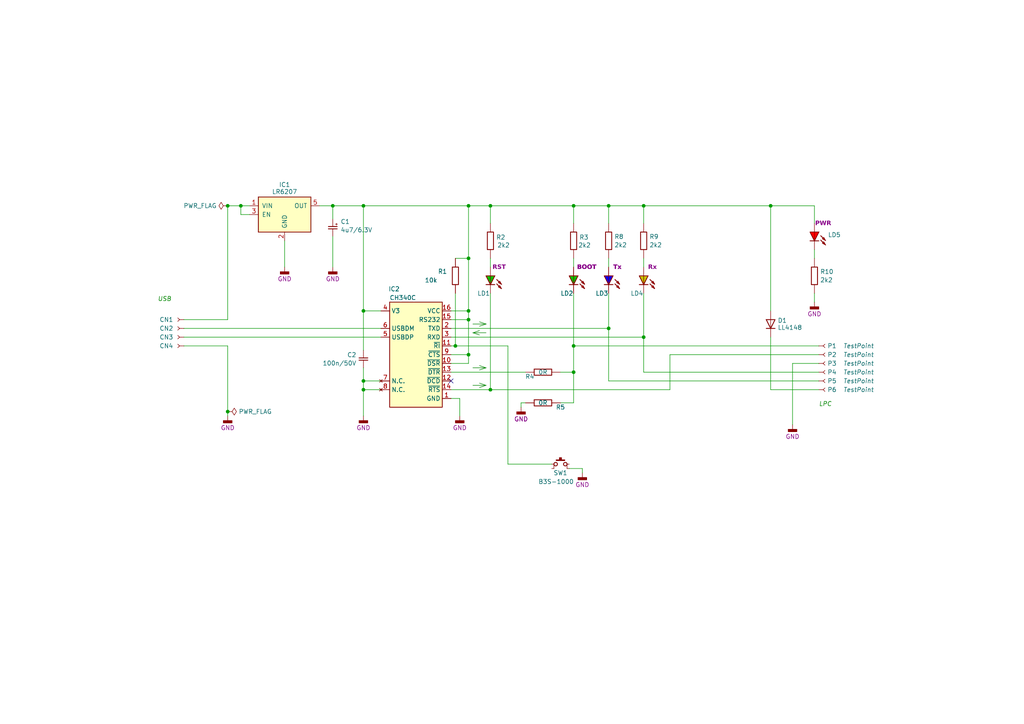
<source format=kicad_sch>
(kicad_sch (version 20231120) (generator "eeschema") (generator_version "8.0")
  (paper "A4")
  (title_block (title "USB-TTL Download cable") (date "2023-10-06") (rev "00") (comment 1 "Janis"))
  (lib_symbols
    (symbol "Capacitor_Ceramic_SMD_0805_50V_X7R_Generic:100n, SMD 0805, 50V, X7R" (pin_numbers hide) (pin_names (offset 0) hide)
      (property "Reference" "C" (at 0 2.54 0))
      (property "Value" "100n/50V" (at 0 -2.54 0))
      (symbol "100n, SMD 0805, 50V, X7R_0_1"
        (polyline (pts (xy -0.3302 1.27) (xy -0.3302 -1.27)) (stroke (width 0.254)))
        (polyline (pts (xy 0.3302 1.27) (xy 0.3302 -1.27)) (stroke (width 0.254)))
      )
      (symbol "100n, SMD 0805, 50V, X7R_1_1"
        (pin passive line (at -2.54 0 0) (length 2.2098) (name "1") (number "1"))
        (pin passive line (at 2.54 0 180) (length 2.2098) (name "2") (number "2"))
      )
    )
    (symbol "Capacitor_Tantal_SMD_0805_6.3V_10perc_AVX:4u7, SMD 0805, 6.3V, 10%" (pin_numbers hide) (pin_names (offset 0) hide)
      (property "Reference" "C" (at 0 2.54 0))
      (property "Value" "4u7/6.3V" (at 0 -2.54 0))
      (symbol "4u7, SMD 0805, 6.3V, 10%_0_0"
        (text "+" (at -1.016 1.016 0) (effects (font (size 0.75 0.75))))
      )
      (symbol "4u7, SMD 0805, 6.3V, 10%_0_1"
        (polyline (pts (xy -0.3302 1.27) (xy -0.3302 -1.27)) (stroke (width 0.254)))
        (polyline (pts (xy 0.3302 1.27) (xy 0.3302 -1.27)) (stroke (width 0.254)))
      )
      (symbol "4u7, SMD 0805, 6.3V, 10%_1_1"
        (pin passive line (at -2.54 0 0) (length 2.2098) (name "1") (number "1"))
        (pin passive line (at 2.54 0 180) (length 2.2098) (name "2") (number "2"))
      )
    )
    (symbol "Diode_ONSemi:LL4148" (pin_numbers hide) (pin_names (offset 1.016) hide)
      (property "Reference" "D" (at 0 2.54 0))
      (property "Value" "LL4148" (at 0 -2.54 0))
      (symbol "LL4148_0_0"
        (polyline (pts (xy -1.27 0) (xy 1.27 0)) (stroke (width 0.1524)))
      )
      (symbol "LL4148_0_1"
        (polyline (pts (xy -1.27 1.27) (xy -1.27 -1.27)) (stroke (width 0.254)))
        (polyline (pts (xy 1.27 1.27) (xy 1.27 -1.27) (xy -1.27 0) (xy 1.27 1.27)) (stroke (width 0.254)))
      )
      (symbol "LL4148_1_1"
        (pin passive line (at -3.81 0 0) (length 2.54) (name "C") (number "1"))
        (pin passive line (at 3.81 0 180) (length 2.54) (name "A") (number "2"))
      )
    )
    (symbol "IC_Interface_Nanjing:CH340C"
      (property "Reference" "IC" (at 0 16.51 0))
      (property "Value" "CH340C" (at 0 -16.51 0))
      (symbol "CH340C_0_1"
        (rectangle (start -7.62 15.24) (end 7.62 -15.24) (stroke (width 0.254)) (fill (type background)))
      )
      (symbol "CH340C_1_1"
        (pin power_in line (at 10.16 -12.7 180) (length 2.54) (name "GND") (number "1"))
        (pin passive line (at 10.16 -2.54 180) (length 2.54) (name "~{DSR}") (number "10"))
        (pin passive line (at 10.16 2.54 180) (length 2.54) (name "~{RI}") (number "11"))
        (pin passive line (at 10.16 -7.62 180) (length 2.54) (name "~{DCD}") (number "12"))
        (pin passive line (at 10.16 -5.08 180) (length 2.54) (name "~{DTR}") (number "13"))
        (pin passive line (at 10.16 -10.16 180) (length 2.54) (name "~{RTS}") (number "14"))
        (pin passive line (at 10.16 10.16 180) (length 2.54) (name "RS232") (number "15"))
        (pin power_in line (at 10.16 12.7 180) (length 2.54) (name "VCC") (number "16"))
        (pin passive line (at 10.16 7.62 180) (length 2.54) (name "TXD") (number "2"))
        (pin passive line (at 10.16 5.08 180) (length 2.54) (name "RXD") (number "3"))
        (pin passive line (at -10.16 12.7 0) (length 2.54) (name "V3") (number "4"))
        (pin passive line (at -10.16 5.08 0) (length 2.54) (name "USBDP") (number "5"))
        (pin passive line (at -10.16 7.62 0) (length 2.54) (name "USBDM") (number "6"))
        (pin no_connect line (at -10.16 -7.62 0) (length 2.54) (name "N.C.") (number "7"))
        (pin no_connect line (at -10.16 -10.16 0) (length 2.54) (name "N.C.") (number "8"))
        (pin passive line (at 10.16 0 180) (length 2.54) (name "~{CTS}") (number "9"))
      )
    )
    (symbol "IC_Power_Lory:LR6207A-T33" (pin_names (offset 1.016))
      (property "Reference" "IC" (at 0 6.35 0))
      (property "Value" "LR6207" (at 6.35 -6.35 0))
      (symbol "LR6207A-T33_0_1"
        (rectangle (start -7.62 5.08) (end 7.62 -5.08) (stroke (width 0.254)) (fill (type background)))
      )
      (symbol "LR6207A-T33_1_1"
        (pin power_in line (at -10.16 2.54 0) (length 2.54) (name "VIN") (number "1"))
        (pin passive line (at 0 -7.62 90) (length 2.54) (name "GND") (number "2"))
        (pin input line (at -10.16 0 0) (length 2.54) (name "EN") (number "3"))
        (pin power_out line (at 10.16 2.54 180) (length 2.54) (name "OUT") (number "5"))
      )
    )
    (symbol "Opto_Kingbright:KP-2012QBC-D-Blue" (pin_numbers hide) (pin_names (offset 1.016) hide)
      (property "Reference" "LD" (at 0 3.81 0))
      (property "Value" "KP-2012QBC-D-Blue" (at 0 -2.54 0))
      (symbol "KP-2012QBC-D-Blue_0_0"
        (polyline (pts (xy -0.2032 1.8288) (xy 1.0668 3.0988)) (stroke (width 0.254)))
        (polyline (pts (xy 1.0668 1.8288) (xy 2.3368 3.0988)) (stroke (width 0.254)))
        (polyline (pts (xy 1.27 0) (xy -1.27 0)) (stroke (width 0.1524)))
        (polyline (pts (xy 1.1176 3.1496) (xy 0.6604 2.3368) (xy 0.3048 2.6924) (xy 1.1176 3.1496)) (stroke (width 0.254)) (fill (type outline)))
        (polyline (pts (xy 2.3876 3.1496) (xy 1.9304 2.3368) (xy 1.5748 2.6924) (xy 2.3876 3.1496)) (stroke (width 0.254)) (fill (type outline)))
      )
      (symbol "KP-2012QBC-D-Blue_0_1"
        (polyline (pts (xy 1.27 1.27) (xy 1.27 -1.27)) (stroke (width 0.254)))
      )
      (symbol "KP-2012QBC-D-Blue_1_1"
        (polyline (pts (xy -1.27 1.27) (xy -1.27 -1.27) (xy 1.27 0) (xy -1.27 1.27)) (stroke (width 0.254)) (fill (type color) (color 0 0 255 1)))
        (pin passive line (at -3.81 0 0) (length 2.54) (name "A") (number "A"))
        (pin passive line (at 3.81 0 180) (length 2.54) (name "C") (number "C"))
      )
    )
    (symbol "Opto_Kingbright:KP-2012SMGC-Green" (pin_numbers hide) (pin_names (offset 1.016) hide)
      (property "Reference" "LD" (at 0 3.81 0))
      (property "Value" "KP-2012MGC-Green" (at 0 -2.54 0))
      (symbol "KP-2012SMGC-Green_0_0"
        (polyline (pts (xy -0.2032 1.8288) (xy 1.0668 3.0988)) (stroke (width 0.254)))
        (polyline (pts (xy 1.0668 1.8288) (xy 2.3368 3.0988)) (stroke (width 0.254)))
        (polyline (pts (xy 1.27 0) (xy -1.27 0)) (stroke (width 0.1524)))
        (polyline (pts (xy 1.1176 3.1496) (xy 0.6604 2.3368) (xy 0.3048 2.6924) (xy 1.1176 3.1496)) (stroke (width 0.254)) (fill (type outline)))
        (polyline (pts (xy 2.3876 3.1496) (xy 1.9304 2.3368) (xy 1.5748 2.6924) (xy 2.3876 3.1496)) (stroke (width 0.254)) (fill (type outline)))
      )
      (symbol "KP-2012SMGC-Green_0_1"
        (polyline (pts (xy 1.27 1.27) (xy 1.27 -1.27)) (stroke (width 0.254)))
      )
      (symbol "KP-2012SMGC-Green_1_1"
        (polyline (pts (xy -1.27 1.27) (xy -1.27 -1.27) (xy 1.27 0) (xy -1.27 1.27)) (stroke (width 0.254)) (fill (type color) (color 0 194 0 1)))
        (pin passive line (at -3.81 0 0) (length 2.54) (name "A") (number "A"))
        (pin passive line (at 3.81 0 180) (length 2.54) (name "C") (number "C"))
      )
    )
    (symbol "Opto_Kingbright:KP-2012SURCK-Red" (pin_numbers hide) (pin_names (offset 1.016) hide)
      (property "Reference" "LD" (at 0 3.81 0))
      (property "Value" "KP-2012SURCK-Red" (at 0 -2.54 0))
      (symbol "KP-2012SURCK-Red_0_0"
        (polyline (pts (xy -0.2032 1.8288) (xy 1.0668 3.0988)) (stroke (width 0.254)))
        (polyline (pts (xy 1.0668 1.8288) (xy 2.3368 3.0988)) (stroke (width 0.254)))
        (polyline (pts (xy 1.27 0) (xy -1.27 0)) (stroke (width 0.1524)))
        (polyline (pts (xy 1.1176 3.1496) (xy 0.6604 2.3368) (xy 0.3048 2.6924) (xy 1.1176 3.1496)) (stroke (width 0.254)) (fill (type outline)))
        (polyline (pts (xy 2.3876 3.1496) (xy 1.9304 2.3368) (xy 1.5748 2.6924) (xy 2.3876 3.1496)) (stroke (width 0.254)) (fill (type outline)))
      )
      (symbol "KP-2012SURCK-Red_0_1"
        (polyline (pts (xy 1.27 1.27) (xy 1.27 -1.27)) (stroke (width 0.254)))
        (polyline (pts (xy -1.27 1.27) (xy -1.27 -1.27) (xy 1.27 0) (xy -1.27 1.27)) (stroke (width 0.254)) (fill (type color) (color 255 0 0 1)))
      )
      (symbol "KP-2012SURCK-Red_1_1"
        (pin passive line (at -3.81 0 0) (length 2.54) (name "A") (number "A"))
        (pin passive line (at 3.81 0 180) (length 2.54) (name "C") (number "C"))
      )
    )
    (symbol "Opto_Kingbright:KP-2012SYCK-Yellow" (pin_numbers hide) (pin_names (offset 1.016) hide)
      (property "Reference" "LD" (at 0 3.81 0))
      (property "Value" "KP-2012SYCK-Yellow" (at 0 -2.54 0))
      (symbol "KP-2012SYCK-Yellow_0_0"
        (polyline (pts (xy -0.2032 1.8288) (xy 1.0668 3.0988)) (stroke (width 0.254)))
        (polyline (pts (xy 1.0668 1.8288) (xy 2.3368 3.0988)) (stroke (width 0.254)))
        (polyline (pts (xy 1.27 0) (xy -1.27 0)) (stroke (width 0.1524)))
        (polyline (pts (xy 1.1176 3.1496) (xy 0.6604 2.3368) (xy 0.3048 2.6924) (xy 1.1176 3.1496)) (stroke (width 0.254)) (fill (type outline)))
        (polyline (pts (xy 2.3876 3.1496) (xy 1.9304 2.3368) (xy 1.5748 2.6924) (xy 2.3876 3.1496)) (stroke (width 0.254)) (fill (type outline)))
      )
      (symbol "KP-2012SYCK-Yellow_0_1"
        (polyline (pts (xy 1.27 1.27) (xy 1.27 -1.27)) (stroke (width 0.254)))
      )
      (symbol "KP-2012SYCK-Yellow_1_1"
        (polyline (pts (xy -1.27 1.27) (xy -1.27 -1.27) (xy 1.27 0) (xy -1.27 1.27)) (stroke (width 0.254)) (fill (type color) (color 194 194 0 1)))
        (pin passive line (at -3.81 0 0) (length 2.54) (name "A") (number "A"))
        (pin passive line (at 3.81 0 180) (length 2.54) (name "C") (number "C"))
      )
    )
    (symbol "Power_Symbol:GND_Bar" (power) (pin_numbers hide) (pin_names (offset 0) hide)
      (property "Signal_Name" "GND" (at 0 -3.81 0))
      (symbol "GND_Bar_0_1"
        (polyline (pts (xy 0 -1.27) (xy 0 0)))
      )
      (symbol "GND_Bar_1_1"
        (rectangle (start -1.27 -2.032) (end 1.27 -1.3208) (fill (type outline)))
        (pin power_in line (at 0 0 270) (length 0) hide (name "GND") (number "1"))
      )
    )
    (symbol "Power_Symbol:PWR_FLAG" (power) (pin_numbers hide) (pin_names (offset 0) hide) (in_bom no) (on_board no)
      (property "Value" "PWR_FLAG" (at 0 3.81 0))
      (symbol "PWR_FLAG_0_0"
        (pin power_out line (at 0 0 90) (length 0) (name "pwr") (number "1"))
      )
      (symbol "PWR_FLAG_0_1"
        (polyline (pts (xy 0 0) (xy 0 1.27) (xy -1.016 1.905) (xy 0 2.54) (xy 1.016 1.905) (xy 0 1.27)))
      )
    )
    (symbol "Resistor_SMD_0805_0.125W_5perc_100ppm_Yageo:0R Jumper, SMD 0805, 0.125W, 5%, 200ppm, Thick Film, AC Series" (pin_numbers hide) (pin_names (offset 0) hide)
      (property "Reference" "R" (at 0 2.54 0))
      (property "Value" "0R" (at 0 -2.54 0))
      (symbol "0R Jumper, SMD 0805, 0.125W, 5%, 200ppm, Thick Film, AC Series_0_1"
        (rectangle (start -2.54 0.889) (end 2.54 -0.889) (stroke (width 0.254)))
      )
      (symbol "0R Jumper, SMD 0805, 0.125W, 5%, 200ppm, Thick Film, AC Series_1_1"
        (pin passive line (at -5.08 0 0) (length 2.54) (name "1") (number "1"))
        (pin passive line (at 5.08 0 180) (length 2.54) (name "2") (number "2"))
      )
    )
    (symbol "Resistor_SMD_0805_0.125W_5perc_100ppm_Yageo:10k, SMD 0805, 0.125W, 5%, 100ppm, Thick Film" (pin_numbers hide) (pin_names (offset 0) hide)
      (property "Reference" "R" (at 0 2.54 0))
      (property "Value" "10k" (at 0 -2.54 0))
      (symbol "10k, SMD 0805, 0.125W, 5%, 100ppm, Thick Film_0_1"
        (rectangle (start -2.54 0.889) (end 2.54 -0.889) (stroke (width 0.254)))
      )
      (symbol "10k, SMD 0805, 0.125W, 5%, 100ppm, Thick Film_1_1"
        (pin passive line (at -5.08 0 0) (length 2.54) (name "1") (number "1"))
        (pin passive line (at 5.08 0 180) (length 2.54) (name "2") (number "2"))
      )
    )
    (symbol "Resistor_SMD_0805_0.125W_5perc_100ppm_Yageo:2k2, SMD 0805, 0.125W, 5%, 100ppm, Thick Film" (pin_numbers hide) (pin_names (offset 0) hide)
      (property "Reference" "R" (at 0 2.54 0))
      (property "Value" "2k2" (at 0 -2.54 0))
      (symbol "2k2, SMD 0805, 0.125W, 5%, 100ppm, Thick Film_0_1"
        (rectangle (start -2.54 0.889) (end 2.54 -0.889) (stroke (width 0.254)))
      )
      (symbol "2k2, SMD 0805, 0.125W, 5%, 100ppm, Thick Film_1_1"
        (pin passive line (at -5.08 0 0) (length 2.54) (name "1") (number "1"))
        (pin passive line (at 5.08 0 180) (length 2.54) (name "2") (number "2"))
      )
    )
    (symbol "Switch_Omron:B3S-1000" (pin_numbers hide) (pin_names (offset 0) hide)
      (property "Reference" "SW" (at 0 3.81 0))
      (property "Value" "B3S-1000" (at 0 -2.54 0))
      (symbol "B3S-1000_0_1"
        (circle (center -1.397 0) (radius 0.508) (stroke (width 0.254)))
        (rectangle (start -1.27 1.27) (end 1.27 1.016) (stroke (width 0.1524)) (fill (type outline)))
        (rectangle (start -0.3175 1.905) (end 0.3175 1.27) (stroke (width 0.1524)) (fill (type outline)))
        (polyline (pts (xy -1.905 -1.27) (xy -1.905 0)) (stroke (width 0.1524)))
        (polyline (pts (xy 1.905 -1.27) (xy 1.905 0)) (stroke (width 0.1524)))
        (circle (center 1.397 0) (radius 0.508) (stroke (width 0.254)))
      )
      (symbol "B3S-1000_1_1"
        (pin passive line (at -2.54 0 0) (length 0.635) (name "1") (number "1"))
        (pin passive line (at 2.54 0 180) (length 0.635) (name "2") (number "2"))
        (pin passive line (at -2.54 -1.27 0) (length 0.635) (name "3") (number "3"))
        (pin passive line (at 2.54 -1.27 180) (length 0.635) (name "4") (number "4"))
      )
    )
    (symbol "Technology:TestPoint-PAD_THD_R150_150R37H90" (pin_numbers hide) (pin_names (offset 1.016) hide) (in_bom no)
      (property "Reference" "TP" (at 3.81 0 0))
      (symbol "TestPoint-PAD_THD_R150_150R37H90_1_0"
        (polyline (pts (xy 0 0) (xy 1.27 0)))
      )
      (symbol "TestPoint-PAD_THD_R150_150R37H90_1_1"
        (polyline (pts (xy 1.27 0) (xy 1.778 -0.508)) (stroke (width 0.1524)))
        (polyline (pts (xy 1.27 0) (xy 1.778 0.508)) (stroke (width 0.1524)))
        (pin passive line (at 0 0 0) (length 0) (name "1") (number "1"))
      )
    )
    (symbol "Technology:TestPoint-PAD_THD_R200_200R50H120" (pin_numbers hide) (pin_names (offset 1.016) hide) (in_bom no)
      (property "Reference" "TP" (at 3.81 0 0))
      (symbol "TestPoint-PAD_THD_R200_200R50H120_1_0"
        (polyline (pts (xy 0 0) (xy 1.27 0)))
      )
      (symbol "TestPoint-PAD_THD_R200_200R50H120_1_1"
        (polyline (pts (xy 1.27 0) (xy 1.778 -0.508)) (stroke (width 0.1524)))
        (polyline (pts (xy 1.27 0) (xy 1.778 0.508)) (stroke (width 0.1524)))
        (pin passive line (at 0 0 0) (length 0) (name "1") (number "1"))
      )
    )
  )
  (junction (at 166.37 100.33))
  (junction (at 66.04 59.69))
  (junction (at 105.41 113.03))
  (junction (at 135.89 92.71))
  (junction (at 166.37 59.69))
  (junction (at 142.24 113.03))
  (junction (at 96.52 59.69))
  (junction (at 135.89 59.69))
  (junction (at 176.53 95.25))
  (junction (at 186.69 97.79))
  (junction (at 186.69 59.69))
  (junction (at 66.04 119.38))
  (junction (at 135.89 102.87))
  (junction (at 105.41 90.17))
  (junction (at 135.89 90.17))
  (junction (at 166.37 107.95))
  (junction (at 176.53 59.69))
  (junction (at 132.08 100.33))
  (junction (at 105.41 110.49))
  (junction (at 105.41 59.69))
  (junction (at 142.24 59.69))
  (junction (at 135.89 74.93))
  (junction (at 223.52 59.69))
  (junction (at 69.85 59.69))
  (no_connect (at 130.81 110.49))
  (wire (pts (xy 186.69 64.77) (xy 186.69 59.69)))
  (wire (pts (xy 166.37 74.93) (xy 166.37 77.47)))
  (wire (pts (xy 69.85 62.23) (xy 69.85 59.69)))
  (wire (pts (xy 147.32 100.33) (xy 147.32 134.62)))
  (wire (pts (xy 142.24 59.69) (xy 166.37 59.69)))
  (wire (pts (xy 130.81 107.95) (xy 152.4 107.95)))
  (polyline (pts (xy 140.97 96.52) (xy 137.16 96.52)) (stroke (width 0.152) (color 0 132 0 1)))
  (wire (pts (xy 130.81 100.33) (xy 132.08 100.33)))
  (wire (pts (xy 135.89 74.93) (xy 135.89 59.69)))
  (wire (pts (xy 105.41 90.17) (xy 105.41 59.69)))
  (wire (pts (xy 237.49 113.03) (xy 223.52 113.03)))
  (wire (pts (xy 165.1 135.89) (xy 168.91 135.89)))
  (wire (pts (xy 176.53 95.25) (xy 176.53 85.09)))
  (polyline (pts (xy 137.16 111.76) (xy 140.97 111.76)) (stroke (width 0.152) (color 0 132 0 1)))
  (wire (pts (xy 69.85 59.69) (xy 72.39 59.69)))
  (wire (pts (xy 130.81 113.03) (xy 142.24 113.03)))
  (wire (pts (xy 135.89 90.17) (xy 135.89 74.93)))
  (wire (pts (xy 236.22 72.39) (xy 236.22 74.93)))
  (wire (pts (xy 166.37 59.69) (xy 176.53 59.69)))
  (wire (pts (xy 151.13 116.84) (xy 152.4 116.84)))
  (wire (pts (xy 96.52 68.58) (xy 96.52 77.47)))
  (wire (pts (xy 66.04 59.69) (xy 69.85 59.69)))
  (polyline (pts (xy 139.065 111.125) (xy 140.97 111.76)) (stroke (width 0.152) (color 0 132 0 1)))
  (wire (pts (xy 194.31 102.87) (xy 237.49 102.87)))
  (wire (pts (xy 53.34 97.79) (xy 110.49 97.79)))
  (wire (pts (xy 66.04 59.69) (xy 66.04 92.71)))
  (wire (pts (xy 135.89 92.71) (xy 135.89 90.17)))
  (wire (pts (xy 168.91 137.16) (xy 168.91 135.89)))
  (wire (pts (xy 176.53 74.93) (xy 176.53 77.47)))
  (wire (pts (xy 142.24 74.93) (xy 142.24 77.47)))
  (wire (pts (xy 130.81 92.71) (xy 135.89 92.71)))
  (wire (pts (xy 53.34 95.25) (xy 110.49 95.25)))
  (wire (pts (xy 147.32 134.62) (xy 160.02 134.62)))
  (wire (pts (xy 133.35 120.65) (xy 133.35 115.57)))
  (wire (pts (xy 223.52 97.79) (xy 223.52 113.03)))
  (wire (pts (xy 96.52 59.69) (xy 105.41 59.69)))
  (wire (pts (xy 72.39 62.23) (xy 69.85 62.23)))
  (wire (pts (xy 105.41 101.6) (xy 105.41 90.17)))
  (wire (pts (xy 135.89 92.71) (xy 135.89 102.87)))
  (polyline (pts (xy 139.065 107.315) (xy 140.97 106.68)) (stroke (width 0.152) (color 0 132 0 1)))
  (wire (pts (xy 166.37 64.77) (xy 166.37 59.69)))
  (wire (pts (xy 229.87 105.41) (xy 229.87 123.19)))
  (wire (pts (xy 166.37 85.09) (xy 166.37 100.33)))
  (polyline (pts (xy 137.16 93.98) (xy 140.97 93.98)) (stroke (width 0.152) (color 0 132 0 1)))
  (polyline (pts (xy 139.065 93.345) (xy 140.97 93.98)) (stroke (width 0.152) (color 0 132 0 1)))
  (wire (pts (xy 223.52 59.69) (xy 236.22 59.69)))
  (wire (pts (xy 66.04 120.65) (xy 66.04 119.38)))
  (wire (pts (xy 96.52 59.69) (xy 96.52 63.5)))
  (wire (pts (xy 92.71 59.69) (xy 96.52 59.69)))
  (wire (pts (xy 236.22 59.69) (xy 236.22 64.77)))
  (wire (pts (xy 105.41 59.69) (xy 135.89 59.69)))
  (wire (pts (xy 186.69 107.95) (xy 186.69 97.79)))
  (wire (pts (xy 66.04 100.33) (xy 53.34 100.33)))
  (wire (pts (xy 135.89 105.41) (xy 135.89 102.87)))
  (wire (pts (xy 130.81 90.17) (xy 135.89 90.17)))
  (wire (pts (xy 186.69 59.69) (xy 223.52 59.69)))
  (wire (pts (xy 132.08 100.33) (xy 147.32 100.33)))
  (polyline (pts (xy 139.065 94.615) (xy 140.97 93.98)) (stroke (width 0.152) (color 0 132 0 1)))
  (polyline (pts (xy 139.065 95.885) (xy 137.16 96.52)) (stroke (width 0.152) (color 0 132 0 1)))
  (wire (pts (xy 142.24 64.77) (xy 142.24 59.69)))
  (wire (pts (xy 105.41 113.03) (xy 105.41 120.65)))
  (wire (pts (xy 135.89 59.69) (xy 142.24 59.69)))
  (wire (pts (xy 53.34 92.71) (xy 66.04 92.71)))
  (wire (pts (xy 166.37 100.33) (xy 237.49 100.33)))
  (wire (pts (xy 132.08 74.93) (xy 135.89 74.93)))
  (wire (pts (xy 82.55 69.85) (xy 82.55 77.47)))
  (wire (pts (xy 166.37 116.84) (xy 166.37 107.95)))
  (wire (pts (xy 186.69 74.93) (xy 186.69 77.47)))
  (wire (pts (xy 130.81 115.57) (xy 133.35 115.57)))
  (wire (pts (xy 105.41 90.17) (xy 110.49 90.17)))
  (wire (pts (xy 162.56 116.84) (xy 166.37 116.84)))
  (polyline (pts (xy 139.065 97.155) (xy 137.16 96.52)) (stroke (width 0.152) (color 0 132 0 1)))
  (wire (pts (xy 176.53 64.77) (xy 176.53 59.69)))
  (wire (pts (xy 162.56 107.95) (xy 166.37 107.95)))
  (wire (pts (xy 105.41 106.68) (xy 105.41 110.49)))
  (wire (pts (xy 236.22 85.09) (xy 236.22 87.63)))
  (wire (pts (xy 105.41 110.49) (xy 110.49 110.49)))
  (wire (pts (xy 237.49 105.41) (xy 229.87 105.41)))
  (wire (pts (xy 142.24 113.03) (xy 194.31 113.03)))
  (wire (pts (xy 130.81 105.41) (xy 135.89 105.41)))
  (wire (pts (xy 105.41 113.03) (xy 110.49 113.03)))
  (wire (pts (xy 130.81 97.79) (xy 186.69 97.79)))
  (wire (pts (xy 105.41 110.49) (xy 105.41 113.03)))
  (wire (pts (xy 237.49 107.95) (xy 186.69 107.95)))
  (polyline (pts (xy 139.065 106.045) (xy 140.97 106.68)) (stroke (width 0.152) (color 0 132 0 1)))
  (wire (pts (xy 132.08 85.09) (xy 132.08 100.33)))
  (polyline (pts (xy 139.065 112.395) (xy 140.97 111.76)) (stroke (width 0.152) (color 0 132 0 1)))
  (wire (pts (xy 166.37 107.95) (xy 166.37 100.33)))
  (wire (pts (xy 237.49 110.49) (xy 176.53 110.49)))
  (wire (pts (xy 186.69 97.79) (xy 186.69 85.09)))
  (wire (pts (xy 130.81 95.25) (xy 176.53 95.25)))
  (wire (pts (xy 223.52 59.69) (xy 223.52 90.17)))
  (wire (pts (xy 176.53 110.49) (xy 176.53 95.25)))
  (wire (pts (xy 151.13 118.11) (xy 151.13 116.84)))
  (wire (pts (xy 194.31 102.87) (xy 194.31 113.03)))
  (wire (pts (xy 66.04 119.38) (xy 66.04 100.33)))
  (wire (pts (xy 142.24 85.09) (xy 142.24 113.03)))
  (wire (pts (xy 186.69 59.69) (xy 176.53 59.69)))
  (wire (pts (xy 130.81 102.87) (xy 135.89 102.87)))
  (polyline (pts (xy 137.16 106.68) (xy 140.97 106.68)) (stroke (width 0.152) (color 0 132 0 1)))
  (text "LPC" (at 237.49 118.11 0) (effects (font (size 1.27 1.27) (italic yes)) (justify left bottom)))
  (text "USB" (at 45.72 87.63 0) (effects (font (size 1.27 1.27) (italic yes)) (justify left bottom)))
  (symbol (lib_id "Resistor_SMD_0805_0.125W_5perc_100ppm_Yageo:10k, SMD 0805, 0.125W, 5%, 100ppm, Thick Film") (at 132.08 80.01 90) (unit 1)
    (property "Reference" "R1" (at 127 78.74 90) (effects (justify right)))
    (property "Value" "10k" (at 123.19 81.28 90) (effects (justify right)))
    (property "Footprint" "SMD_Resistor_Generic:RESC2012X50N_0805" (effects (hide yes)))
    (property "Description" "Resistor, SMD 0805, 0.125W, 5%, Yageo" (effects (hide yes)))
    (property "MFG" "Yageo" (effects (hide yes)))
    (property "MPN" "RC0805JR-0710KL" (effects (hide yes)))
    (property "OC_LCSC" "C100047" (effects (hide yes)))
    (property "OC_MOUSER" "603-RC0805JR-0710KL" (effects (hide yes)))
    (property "OC_RS" "199-5760" (effects (hide yes)))
    (property "OC_DISTRELEC" "302-14-026" (effects (hide yes)))
    (property "OC_TME" "RC0805JR-0710K" (effects (hide yes)))
    (property "OC_FARNELL" "9234136" (effects (hide yes)))
    (property "OC_DIGIKEY" "311-10KARCT-ND" (effects (hide yes)))
    (property "Z-SYSCODE" "1217" (effects (hide yes)))
    (property "Technology" "SMD" (effects (hide yes)))
  )
  (symbol (lib_id "Power_Symbol:GND_Bar") (at 82.55 77.47 0) (unit 1)
    (property "Reference" "#PWR02" (effects (hide yes)))
    (property "Value" "GND" (effects (hide yes)))
    (property "Signal_Name" "GND" (at 82.55 80.907 0))
  )
  (symbol (lib_id "Opto_Kingbright:KP-2012QBC-D-Blue") (at 176.53 81.28 270) (unit 1)
    (property "Reference" "LD3" (at 172.72 85.09 90) (effects (justify left)))
    (property "Value" "KP-2012QBC-D-Blue" (effects (hide yes)))
    (property "Footprint" "SMD_LED_Generic:LEDC2012X100_0805_Blue" (effects (hide yes)))
    (property "Datasheet" "https://cdn.sos.sk/productdata/5e/9e/87fe918b/kp-2012-qbc-d.pdf" (effects (hide yes)))
    (property "Description" "LED SMD0805, Blue, Rectangle, 2.0x1.25mm, 100mcd, 140°, Water Clear Front, 20mA, Vf: 3.3V" (effects (hide yes)))
    (property "Technology" "SMD" (effects (hide yes)))
    (property "MFG" "Kingbright" (effects (hide yes)))
    (property "MPN" "KP-2012QBC-D" (effects (hide yes)))
    (property "OC_LCSC" "C598277" (effects (hide yes)))
    (property "OC_TME" "KP-2012QBC-D" (effects (hide yes)))
    (property "OC_FARNELL" "2846594" (effects (hide yes)))
    (property "OC_SOS" "80975" (effects (hide yes)))
    (property "Z-SYSCODE" "10690" (effects (hide yes)))
    (property "Comment" "Tx" (at 179.07 77.47 90) (effects (font (bold yes))))
  )
  (symbol (lib_id "Resistor_SMD_0805_0.125W_5perc_100ppm_Yageo:2k2, SMD 0805, 0.125W, 5%, 100ppm, Thick Film") (at 142.24 69.85 90) (unit 1)
    (property "Reference" "R2" (at 143.891 68.826 90) (effects (justify right)))
    (property "Value" "2k2" (at 146.05 71.12 90))
    (property "Footprint" "SMD_Resistor_Generic:RESC2012X50N_0805" (effects (hide yes)))
    (property "Datasheet" "https://www.farnell.com/datasheets/3795017.pdf" (effects (hide yes)))
    (property "Description" "Resistor, SMD 0805, 0.125W, 5%, Yageo" (effects (hide yes)))
    (property "MFG" "Yageo" (effects (hide yes)))
    (property "MPN" "RC0805JR-072K2L" (effects (hide yes)))
    (property "OC_LCSC" "C114237" (effects (hide yes)))
    (property "OC_MOUSER" "603-RC0805JR-072K2L" (effects (hide yes)))
    (property "OC_RS" "199-5764" (effects (hide yes)))
    (property "OC_TME" "RC0805JR-072K2" (effects (hide yes)))
    (property "OC_FARNELL" "9234055" (effects (hide yes)))
    (property "OC_DIGIKEY" "311-2.2KARCT-ND" (effects (hide yes)))
    (property "Technology" "SMD" (effects (hide yes)))
  )
  (symbol (lib_id "Capacitor_Tantal_SMD_0805_6.3V_10perc_AVX:4u7, SMD 0805, 6.3V, 10%") (at 96.52 66.04 270) (unit 1)
    (property "Reference" "C1" (at 98.7743 64.2834 90) (effects (justify left)))
    (property "Value" "4u7/6.3V" (at 98.7743 66.7077 90) (effects (justify left)))
    (property "Footprint" "SMD_Capacitor_Polarised_Generic:CAPCP2012X120N_0805_Case-R" (effects (hide yes)))
    (property "Datasheet" "https://www.mouser.sk/datasheet/2/40/TAJ_LOW_PROFILE-932651.pdf" (effects (hide yes)))
    (property "Description" "Capacitor Tantal" (effects (hide yes)))
    (property "Technology" "SMD" (effects (hide yes)))
    (property "MFG" "AVX" (effects (hide yes)))
    (property "MPN" "TAJR475K006RNJ" (effects (hide yes)))
    (property "OC_LCSC" "C308815" (effects (hide yes)))
    (property "OC_RS" "135-5398" (effects (hide yes)))
    (property "OC_TME" "TAJR475K006RNJ" (effects (hide yes)))
    (property "OC_DIGIKEY" "478-3272-1-ND" (effects (hide yes)))
    (property "Z-SYSCODE" "11588" (effects (hide yes)))
  )
  (symbol (lib_id "Technology:TestPoint-PAD_THD_R150_150R37H90") (at 237.49 113.03 0) (unit 1) (in_bom no)
    (property "Reference" "P6" (at 239.9792 113.03 0) (effects (justify left)))
    (property "Value" "TestPoint" (at 248.92 113.03 0) (effects (font (italic yes))))
    (property "Footprint" "THD_PAD_Generic:PAD_THD_R150_150R37H90" (effects (hide yes)))
    (property "Description" "Test/Solder point" (effects (hide yes)))
    (property "Technology" "Graphical" (effects (hide yes)))
  )
  (symbol (lib_id "Power_Symbol:GND_Bar") (at 151.13 118.11 0) (unit 1)
    (property "Reference" "#PWR06" (effects (hide yes)))
    (property "Value" "GND" (effects (hide yes)))
    (property "Signal_Name" "GND" (at 151.13 121.547 0))
  )
  (symbol (lib_id "Resistor_SMD_0805_0.125W_5perc_100ppm_Yageo:0R Jumper, SMD 0805, 0.125W, 5%, 200ppm, Thick Film, AC Series") (at 157.48 107.95 0) (unit 1)
    (property "Reference" "R4" (at 153.67 109.22 0))
    (property "Value" "0R" (at 157.48 107.95 0))
    (property "Footprint" "SMD_Resistor_Generic:RESC2012X50N_0805" (effects (hide yes)))
    (property "Datasheet" "https://www.yageo.com/upload/media/product/productsearch/datasheet/rchip/PYu-AC_51_RoHS_L_10.pdf" (effects (hide yes)))
    (property "Description" "Resistor, SMD 0805, 0.125W, 5%, Yageo" (effects (hide yes)))
    (property "MFG" "Yageo" (effects (hide yes)))
    (property "MPN" "AC0805JR-070RL" (effects (hide yes)))
    (property "OC_LCSC" "C144539" (effects (hide yes)))
    (property "OC_MOUSER" "603-AC0805JR-070RL" (effects (hide yes)))
    (property "OC_RS" "197-8210" (effects (hide yes)))
    (property "OC_DISTRELEC" "302-14-027" (effects (hide yes)))
    (property "OC_TME" "AC0805JR-070RL" (effects (hide yes)))
    (property "OC_FARNELL" "3495331" (effects (hide yes)))
    (property "OC_DIGIKEY" "YAG3755CT-ND" (effects (hide yes)))
    (property "Z-SYSCODE" "331" (effects (hide yes)))
    (property "Technology" "SMD" (effects (hide yes)))
  )
  (symbol (lib_id "Technology:TestPoint-PAD_THD_R150_150R37H90") (at 237.49 105.41 0) (unit 1) (in_bom no)
    (property "Reference" "P3" (at 239.9792 105.41 0) (effects (justify left)))
    (property "Value" "TestPoint" (at 248.92 105.41 0) (effects (font (italic yes))))
    (property "Footprint" "THD_PAD_Generic:PAD_THD_R150_150R37H90" (effects (hide yes)))
    (property "Description" "Test/Solder point" (effects (hide yes)))
    (property "Technology" "Graphical" (effects (hide yes)))
  )
  (symbol (lib_id "Technology:TestPoint-PAD_THD_R200_200R50H120") (at 53.34 95.25 0) (mirror y) (unit 1) (in_bom no)
    (property "Reference" "CN2" (at 48.26 95.25 0))
    (property "Value" "TestPoint" (effects (hide yes)))
    (property "Footprint" "THD_PAD_Generic:PAD_THD_R200_200R50H120" (effects (hide yes)))
    (property "Description" "Test/Solder point" (effects (hide yes)))
    (property "Technology" "Graphical" (effects (hide yes)))
  )
  (symbol (lib_id "Technology:TestPoint-PAD_THD_R200_200R50H120") (at 53.34 97.79 0) (mirror y) (unit 1) (in_bom no)
    (property "Reference" "CN3" (at 48.26 97.79 0))
    (property "Value" "TestPoint" (effects (hide yes)))
    (property "Footprint" "THD_PAD_Generic:PAD_THD_R200_200R50H120" (effects (hide yes)))
    (property "Description" "Test/Solder point" (effects (hide yes)))
    (property "Technology" "Graphical" (effects (hide yes)))
  )
  (symbol (lib_id "Resistor_SMD_0805_0.125W_5perc_100ppm_Yageo:2k2, SMD 0805, 0.125W, 5%, 100ppm, Thick Film") (at 176.53 69.85 90) (unit 1)
    (property "Reference" "R8" (at 178.181 68.6378 90) (effects (justify right)))
    (property "Value" "2k2" (at 178.181 71.0621 90) (effects (justify right)))
    (property "Footprint" "SMD_Resistor_Generic:RESC2012X50N_0805" (effects (hide yes)))
    (property "Datasheet" "https://www.farnell.com/datasheets/3795017.pdf" (effects (hide yes)))
    (property "Description" "Resistor, SMD 0805, 0.125W, 5%, Yageo" (effects (hide yes)))
    (property "MFG" "Yageo" (effects (hide yes)))
    (property "MPN" "RC0805JR-072K2L" (effects (hide yes)))
    (property "OC_LCSC" "C114237" (effects (hide yes)))
    (property "OC_MOUSER" "603-RC0805JR-072K2L" (effects (hide yes)))
    (property "OC_RS" "199-5764" (effects (hide yes)))
    (property "OC_TME" "RC0805JR-072K2" (effects (hide yes)))
    (property "OC_FARNELL" "9234055" (effects (hide yes)))
    (property "OC_DIGIKEY" "311-2.2KARCT-ND" (effects (hide yes)))
    (property "Technology" "SMD" (effects (hide yes)))
  )
  (symbol (lib_id "Power_Symbol:GND_Bar") (at 236.22 87.63 0) (unit 1)
    (property "Reference" "#PWR09" (effects (hide yes)))
    (property "Value" "GND" (effects (hide yes)))
    (property "Signal_Name" "GND" (at 236.22 91.067 0))
  )
  (symbol (lib_id "Technology:TestPoint-PAD_THD_R200_200R50H120") (at 53.34 100.33 0) (mirror y) (unit 1) (in_bom no)
    (property "Reference" "CN4" (at 48.26 100.33 0))
    (property "Value" "TestPoint" (effects (hide yes)))
    (property "Footprint" "THD_PAD_Generic:PAD_THD_R200_200R50H120" (effects (hide yes)))
    (property "Description" "Test/Solder point" (effects (hide yes)))
    (property "Technology" "Graphical" (effects (hide yes)))
  )
  (symbol (lib_id "Power_Symbol:GND_Bar") (at 168.91 137.16 0) (unit 1)
    (property "Reference" "#PWR07" (effects (hide yes)))
    (property "Value" "GND" (effects (hide yes)))
    (property "Signal_Name" "GND" (at 168.91 140.597 0))
  )
  (symbol (lib_id "IC_Power_Lory:LR6207A-T33") (at 82.55 62.23 0) (unit 1)
    (property "Reference" "IC1" (at 82.55 53.57 0))
    (property "Value" "LR6207" (at 82.55 55.618 0))
    (property "Footprint" "SMD_Semiconductor_Generic:SOT95P280X145-5N_SOT23-5__12345" (effects (hide yes)))
    (property "Datasheet" "https://www.mouser.sk/datasheet/2/268/21813F-892413.pdf" (effects (hide yes)))
    (property "Description" "LDO Regulator 8uA, max 6V, 0.3A, SMD, with Enable" (effects (hide yes)))
    (property "Technology" "SMD" (effects (hide yes)))
    (property "MFG" "Lory Semiconductor" (effects (hide yes)))
    (property "MPN" "LR6207A-T33" (effects (hide yes)))
    (property "OC_LCSC" "C5260329" (effects (hide yes)))
    (property "Comment" "Alt: TC-1017-3.3" (effects (hide yes)))
  )
  (symbol (lib_id "Resistor_SMD_0805_0.125W_5perc_100ppm_Yageo:2k2, SMD 0805, 0.125W, 5%, 100ppm, Thick Film") (at 166.37 69.85 90) (unit 1)
    (property "Reference" "R3" (at 168.021 68.826 90) (effects (justify right)))
    (property "Value" "2k2" (at 169.545 71.12 90))
    (property "Footprint" "SMD_Resistor_Generic:RESC2012X50N_0805" (effects (hide yes)))
    (property "Datasheet" "https://www.farnell.com/datasheets/3795017.pdf" (effects (hide yes)))
    (property "Description" "Resistor, SMD 0805, 0.125W, 5%, Yageo" (effects (hide yes)))
    (property "MFG" "Yageo" (effects (hide yes)))
    (property "MPN" "RC0805JR-072K2L" (effects (hide yes)))
    (property "OC_LCSC" "C114237" (effects (hide yes)))
    (property "OC_MOUSER" "603-RC0805JR-072K2L" (effects (hide yes)))
    (property "OC_RS" "199-5764" (effects (hide yes)))
    (property "OC_TME" "RC0805JR-072K2" (effects (hide yes)))
    (property "OC_FARNELL" "9234055" (effects (hide yes)))
    (property "OC_DIGIKEY" "311-2.2KARCT-ND" (effects (hide yes)))
    (property "Technology" "SMD" (effects (hide yes)))
  )
  (symbol (lib_id "Opto_Kingbright:KP-2012SURCK-Red") (at 236.22 68.58 270) (unit 1)
    (property "Reference" "LD5" (at 240.1316 68.1148 90) (effects (justify left)))
    (property "Value" "KP-2012SURCK-Red" (effects (hide yes)))
    (property "Footprint" "SMD_LED_Generic:LEDC2012X100_0805_Red" (effects (hide yes)))
    (property "Datasheet" "https://datasheet.lcsc.com/lcsc/2008121135_Kingbright-KP-2012SURCK_C598285.pdf" (effects (hide yes)))
    (property "Description" "LED SMD0805, SuperBrightRed, Rectangle, 2.0x1.25mm, 230mcd, 140°, Red Diffused Front, 20mA, Vf: 1.95V" (effects (hide yes)))
    (property "Technology" "SMD" (effects (hide yes)))
    (property "MFG" "Kingbright" (effects (hide yes)))
    (property "MPN" "KP-2012SURCK" (effects (hide yes)))
    (property "OC_LCSC" "C598285" (effects (hide yes)))
    (property "OC_TME" "KP-2012SURCK" (effects (hide yes)))
    (property "OC_FARNELL" "1318245" (effects (hide yes)))
    (property "OC_SOS" "120878" (effects (hide yes)))
    (property "Z-SYSCODE" "10689" (effects (hide yes)))
    (property "Comment" "PWR" (at 238.76 64.77 90) (effects (font (bold yes))))
  )
  (symbol (lib_id "Opto_Kingbright:KP-2012SMGC-Green") (at 166.37 81.28 270) (unit 1)
    (property "Reference" "LD2" (at 162.56 85.09 90) (effects (justify left)))
    (property "Value" "KP-2012MGC-Green" (effects (hide yes)))
    (property "Footprint" "SMD_LED_Generic:LEDC2012X100_0805_Green" (effects (hide yes)))
    (property "Datasheet" "https://cdn.sos.sk/productdata/7f/b3/9360e0f5/kp-2012-mgc.pdf" (effects (hide yes)))
    (property "Description" "LED SMD0805, MegaGreen, Rectangle, 2.0x1.25mm, 60mcd, 140°, Water Clear Front, 20mA, Vf: 2.1V" (effects (hide yes)))
    (property "Technology" "SMD" (effects (hide yes)))
    (property "MFG" "Kingbright" (effects (hide yes)))
    (property "MPN" "KP-2012MGC" (effects (hide yes)))
    (property "OC_LCSC" "C598275" (effects (hide yes)))
    (property "OC_TME" "KP-2012MGC" (effects (hide yes)))
    (property "OC_FARNELL" "8529906" (effects (hide yes)))
    (property "OC_SOS" "72204" (effects (hide yes)))
    (property "Z-SYSCODE" "10691" (effects (hide yes)))
    (property "Comment" "BOOT" (at 170.18 77.47 90) (effects (font (bold yes))))
  )
  (symbol (lib_id "Power_Symbol:GND_Bar") (at 96.52 77.47 0) (unit 1)
    (property "Reference" "#PWR03" (effects (hide yes)))
    (property "Value" "GND" (effects (hide yes)))
    (property "Signal_Name" "GND" (at 96.52 80.907 0))
  )
  (symbol (lib_id "Resistor_SMD_0805_0.125W_5perc_100ppm_Yageo:0R Jumper, SMD 0805, 0.125W, 5%, 200ppm, Thick Film, AC Series") (at 157.48 116.84 0) (unit 1)
    (property "Reference" "R5" (at 162.56 118.11 0))
    (property "Value" "0R" (at 157.48 116.84 0))
    (property "Footprint" "SMD_Resistor_Generic:RESC2012X50N_0805" (effects (hide yes)))
    (property "Datasheet" "https://www.yageo.com/upload/media/product/productsearch/datasheet/rchip/PYu-AC_51_RoHS_L_10.pdf" (effects (hide yes)))
    (property "Description" "Resistor, SMD 0805, 0.125W, 5%, Yageo" (effects (hide yes)))
    (property "MFG" "Yageo" (effects (hide yes)))
    (property "MPN" "AC0805JR-070RL" (effects (hide yes)))
    (property "OC_LCSC" "C144539" (effects (hide yes)))
    (property "OC_MOUSER" "603-AC0805JR-070RL" (effects (hide yes)))
    (property "OC_RS" "197-8210" (effects (hide yes)))
    (property "OC_DISTRELEC" "302-14-027" (effects (hide yes)))
    (property "OC_TME" "AC0805JR-070RL" (effects (hide yes)))
    (property "OC_FARNELL" "3495331" (effects (hide yes)))
    (property "OC_DIGIKEY" "YAG3755CT-ND" (effects (hide yes)))
    (property "Z-SYSCODE" "331" (effects (hide yes)))
    (property "Technology" "SMD" (effects (hide yes)))
  )
  (symbol (lib_id "Technology:TestPoint-PAD_THD_R150_150R37H90") (at 237.49 107.95 0) (unit 1) (in_bom no)
    (property "Reference" "P4" (at 239.9792 107.95 0) (effects (justify left)))
    (property "Value" "TestPoint" (at 248.92 107.95 0) (effects (font (italic yes))))
    (property "Footprint" "THD_PAD_Generic:PAD_THD_R150_150R37H90" (effects (hide yes)))
    (property "Description" "Test/Solder point" (effects (hide yes)))
    (property "Technology" "Graphical" (effects (hide yes)))
  )
  (symbol (lib_id "Resistor_SMD_0805_0.125W_5perc_100ppm_Yageo:2k2, SMD 0805, 0.125W, 5%, 100ppm, Thick Film") (at 186.69 69.85 90) (unit 1)
    (property "Reference" "R9" (at 188.341 68.6378 90) (effects (justify right)))
    (property "Value" "2k2" (at 188.341 71.0621 90) (effects (justify right)))
    (property "Footprint" "SMD_Resistor_Generic:RESC2012X50N_0805" (effects (hide yes)))
    (property "Datasheet" "https://www.farnell.com/datasheets/3795017.pdf" (effects (hide yes)))
    (property "Description" "Resistor, SMD 0805, 0.125W, 5%, Yageo" (effects (hide yes)))
    (property "MFG" "Yageo" (effects (hide yes)))
    (property "MPN" "RC0805JR-072K2L" (effects (hide yes)))
    (property "OC_LCSC" "C114237" (effects (hide yes)))
    (property "OC_MOUSER" "603-RC0805JR-072K2L" (effects (hide yes)))
    (property "OC_RS" "199-5764" (effects (hide yes)))
    (property "OC_TME" "RC0805JR-072K2" (effects (hide yes)))
    (property "OC_FARNELL" "9234055" (effects (hide yes)))
    (property "OC_DIGIKEY" "311-2.2KARCT-ND" (effects (hide yes)))
    (property "Technology" "SMD" (effects (hide yes)))
  )
  (symbol (lib_id "Power_Symbol:PWR_FLAG") (at 66.04 119.38 270) (unit 1) (in_bom no) (on_board no)
    (property "Reference" "#FLG02" (effects (hide yes)))
    (property "Value" "PWR_FLAG" (at 69.215 119.38 90) (effects (justify left)))
  )
  (symbol (lib_id "Technology:TestPoint-PAD_THD_R150_150R37H90") (at 237.49 100.33 0) (unit 1) (in_bom no)
    (property "Reference" "P1" (at 239.9792 100.33 0) (effects (justify left)))
    (property "Value" "TestPoint" (at 248.92 100.33 0) (effects (font (italic yes))))
    (property "Footprint" "THD_PAD_Generic:PAD_THD_R150_150R37H90" (effects (hide yes)))
    (property "Description" "Test/Solder point" (effects (hide yes)))
    (property "Technology" "Graphical" (effects (hide yes)))
  )
  (symbol (lib_id "Resistor_SMD_0805_0.125W_5perc_100ppm_Yageo:2k2, SMD 0805, 0.125W, 5%, 100ppm, Thick Film") (at 236.22 80.01 90) (unit 1)
    (property "Reference" "R10" (at 237.871 78.7978 90) (effects (justify right)))
    (property "Value" "2k2" (at 237.871 81.2221 90) (effects (justify right)))
    (property "Footprint" "SMD_Resistor_Generic:RESC2012X50N_0805" (effects (hide yes)))
    (property "Datasheet" "https://www.farnell.com/datasheets/3795017.pdf" (effects (hide yes)))
    (property "Description" "Resistor, SMD 0805, 0.125W, 5%, Yageo" (effects (hide yes)))
    (property "MFG" "Yageo" (effects (hide yes)))
    (property "MPN" "RC0805JR-072K2L" (effects (hide yes)))
    (property "OC_LCSC" "C114237" (effects (hide yes)))
    (property "OC_MOUSER" "603-RC0805JR-072K2L" (effects (hide yes)))
    (property "OC_RS" "199-5764" (effects (hide yes)))
    (property "OC_TME" "RC0805JR-072K2" (effects (hide yes)))
    (property "OC_FARNELL" "9234055" (effects (hide yes)))
    (property "OC_DIGIKEY" "311-2.2KARCT-ND" (effects (hide yes)))
    (property "Technology" "SMD" (effects (hide yes)))
  )
  (symbol (lib_id "Power_Symbol:GND_Bar") (at 66.04 120.65 0) (unit 1)
    (property "Reference" "#PWR01" (effects (hide yes)))
    (property "Value" "GND" (effects (hide yes)))
    (property "Signal_Name" "GND" (at 66.04 124.087 0))
  )
  (symbol (lib_id "Technology:TestPoint-PAD_THD_R150_150R37H90") (at 237.49 102.87 0) (unit 1) (in_bom no)
    (property "Reference" "P2" (at 239.9792 102.87 0) (effects (justify left)))
    (property "Value" "TestPoint" (at 248.92 102.87 0) (effects (font (italic yes))))
    (property "Footprint" "THD_PAD_Generic:PAD_THD_R150_150R37H90" (effects (hide yes)))
    (property "Description" "Test/Solder point" (effects (hide yes)))
    (property "Technology" "Graphical" (effects (hide yes)))
  )
  (symbol (lib_id "Power_Symbol:GND_Bar") (at 229.87 123.19 0) (unit 1)
    (property "Reference" "#PWR08" (effects (hide yes)))
    (property "Value" "GND" (effects (hide yes)))
    (property "Signal_Name" "GND" (at 229.87 126.627 0))
  )
  (symbol (lib_id "Capacitor_Ceramic_SMD_0805_50V_X7R_Generic:100n, SMD 0805, 50V, X7R") (at 105.41 104.14 90) (unit 1)
    (property "Reference" "C2" (at 103.378 102.9278 90) (effects (justify left)))
    (property "Value" "100n/50V" (at 103.378 105.3521 90) (effects (justify left)))
    (property "Footprint" "SMD_Capacitor_NonPolarised_Generic:CAPC2012X85N_0805" (effects (hide yes)))
    (property "Description" "Capacitor ceramic MLCC, SMD 0805, 50V, 10%, X7R, Generic" (effects (hide yes)))
    (property "Technology" "SMD" (effects (hide yes)))
    (property "MFG" "Generic" (effects (hide yes)))
    (property "Z-SYSCODE" "794" (effects (hide yes)))
  )
  (symbol (lib_id "Opto_Kingbright:KP-2012SYCK-Yellow") (at 186.69 81.28 270) (unit 1)
    (property "Reference" "LD4" (at 182.88 85.09 90) (effects (justify left)))
    (property "Value" "KP-2012SYCK-Yellow" (effects (hide yes)))
    (property "Footprint" "SMD_LED_Generic:LEDC2012X100_0805_Yellow" (effects (hide yes)))
    (property "Datasheet" "https://cdn.sos.sk/productdata/22/b7/a74d10b5/kp-2012-syck.pdf" (effects (hide yes)))
    (property "Description" "LED SMD0805, SuperBrightYellow, Rectangle, 2.0x1.25mm, 120mcd, 140°, Water clear Front, 20mA, Vf: 2.00V" (effects (hide yes)))
    (property "Technology" "SMD" (effects (hide yes)))
    (property "MFG" "Kingbright" (effects (hide yes)))
    (property "MPN" "KP-2012SYCK" (effects (hide yes)))
    (property "OC_LCSC" "C598287" (effects (hide yes)))
    (property "OC_TME" "KP-2012SYCK" (effects (hide yes)))
    (property "OC_FARNELL" "1318246" (effects (hide yes)))
    (property "OC_SOS" "59713" (effects (hide yes)))
    (property "Z-SYSCODE" "10692" (effects (hide yes)))
    (property "Comment" "Rx" (at 189.23 77.47 90) (effects (font (bold yes))))
  )
  (symbol (lib_id "Opto_Kingbright:KP-2012SMGC-Green") (at 142.24 81.28 270) (unit 1)
    (property "Reference" "LD1" (at 138.43 85.09 90) (effects (justify left)))
    (property "Value" "KP-2012MGC-Green" (effects (hide yes)))
    (property "Footprint" "SMD_LED_Generic:LEDC2012X100_0805_Green" (effects (hide yes)))
    (property "Datasheet" "https://cdn.sos.sk/productdata/7f/b3/9360e0f5/kp-2012-mgc.pdf" (effects (hide yes)))
    (property "Description" "LED SMD0805, MegaGreen, Rectangle, 2.0x1.25mm, 60mcd, 140°, Water Clear Front, 20mA, Vf: 2.1V" (effects (hide yes)))
    (property "Technology" "SMD" (effects (hide yes)))
    (property "MFG" "Kingbright" (effects (hide yes)))
    (property "MPN" "KP-2012MGC" (effects (hide yes)))
    (property "OC_LCSC" "C598275" (effects (hide yes)))
    (property "OC_TME" "KP-2012MGC" (effects (hide yes)))
    (property "OC_FARNELL" "8529906" (effects (hide yes)))
    (property "OC_SOS" "72204" (effects (hide yes)))
    (property "Z-SYSCODE" "10691" (effects (hide yes)))
    (property "Comment" "RST" (at 144.78 77.47 90) (effects (font (bold yes))))
  )
  (symbol (lib_id "Power_Symbol:GND_Bar") (at 133.35 120.65 0) (unit 1)
    (property "Reference" "#PWR05" (effects (hide yes)))
    (property "Value" "GND" (effects (hide yes)))
    (property "Signal_Name" "GND" (at 133.35 124.087 0))
  )
  (symbol (lib_id "Technology:TestPoint-PAD_THD_R200_200R50H120") (at 53.34 92.71 0) (mirror y) (unit 1) (in_bom no)
    (property "Reference" "CN1" (at 48.26 92.71 0))
    (property "Value" "TestPoint" (effects (hide yes)))
    (property "Footprint" "THD_PAD_Generic:PAD_THD_R200_200R50H120" (effects (hide yes)))
    (property "Description" "Test/Solder point" (effects (hide yes)))
    (property "Technology" "Graphical" (effects (hide yes)))
  )
  (symbol (lib_id "IC_Interface_Nanjing:CH340C") (at 120.65 102.87 0) (unit 1)
    (property "Reference" "IC2" (at 114.3 83.82 0))
    (property "Value" "CH340C" (at 116.84 86.36 0))
    (property "Footprint" "SMD_IC_Generic:SOP127P700X200-16N_SOP-16" (effects (hide yes)))
    (property "Datasheet" "https://datasheet.lcsc.com/lcsc/2304140030_WCH-Jiangsu-Qin-Heng-CH340C_C84681.pdf" (effects (hide yes)))
    (property "Description" "USB Transceiver, SOP-16, 2 Mbps, UART Full" (effects (hide yes)))
    (property "Technology" "SMD" (effects (hide yes)))
    (property "MFG" "Nanjing Qinheng Microelectronics" (effects (hide yes)))
    (property "MPN" "CH340C" (effects (hide yes)))
    (property "OC_LCSC" "C84681" (effects (hide yes)))
  )
  (symbol (lib_id "Diode_ONSemi:LL4148") (at 223.52 93.98 90) (unit 1)
    (property "Reference" "D1" (at 225.552 92.956 90) (effects (justify right)))
    (property "Value" "LL4148" (at 225.552 95.004 90) (effects (justify right)))
    (property "Footprint" "SMD_Semiconductor_Generic:DIOMELF3414N_DO213AC_MiniMELF" (effects (hide yes)))
    (property "Datasheet" "https://www.tme.eu/Document/719e3c29769cb8dee605f959a3db8a4a/LL4148.pdf" (effects (hide yes)))
    (property "Description" "Diode Small Signal, SOD80A/DO-213AC, Vrrm: 100V, If: 200mA, Ir<25nA, Vf<1.0V @10mA" (effects (hide yes)))
    (property "Technology" "SMD" (effects (hide yes)))
    (property "MFG" "ON Semiconductor" (effects (hide yes)))
    (property "MPN" "LL4148" (effects (hide yes)))
    (property "OC_LCSC" "C84135" (effects (hide yes)))
    (property "OC_MOUSER" "512-LL4148" (effects (hide yes)))
    (property "OC_RS" "670-8826" (effects (hide yes)))
    (property "OC_DISTRELEC" "302-30-889" (effects (hide yes)))
    (property "OC_TME" "LL4148-FAI" (effects (hide yes)))
    (property "OC_FARNELL" "2101203" (effects (hide yes)))
    (property "OC_DIGIKEY" "LL4148FSCT-ND" (effects (hide yes)))
    (property "OC_SOS" "T372589" (effects (hide yes)))
    (property "Z-SYSCODE" "1138" (effects (hide yes)))
  )
  (symbol (lib_id "Power_Symbol:GND_Bar") (at 105.41 120.65 0) (unit 1)
    (property "Reference" "#PWR04" (effects (hide yes)))
    (property "Value" "GND" (effects (hide yes)))
    (property "Signal_Name" "GND" (at 105.41 124.087 0))
  )
  (symbol (lib_id "Switch_Omron:B3S-1000") (at 162.56 134.62 0) (unit 1)
    (property "Reference" "SW1" (at 162.56 137.16 0))
    (property "Value" "B3S-1000" (at 161.29 139.7 0))
    (property "Footprint" "SMD_Switch_Omron:SW_PUSH_450P600X600H430-4N_Omron" (effects (hide yes)))
    (property "Datasheet" "https://www.tme.eu/Document/1a744fb026617d7259891fb0eea6ebae/B3S.pdf" (effects (hide yes)))
    (property "Description" "Switch Tactile, SPSTNO, 6x6mm, 50mA/24V, SMD, upthrow 0,5mm, Model: 6x6, SMD, B3F Serie" (effects (hide yes)))
    (property "Technology" "SMD" (effects (hide yes)))
    (property "MFG" "Omron" (effects (hide yes)))
    (property "MPN" "B3S-1000(P)" (effects (hide yes)))
    (property "OC_LCSC" "C180420" (effects (hide yes)))
    (property "OC_MOUSER" "653-B3S-1000" (effects (hide yes)))
    (property "OC_RS" "183-701" (effects (hide yes)))
    (property "OC_DISTRELEC" "135-59-087" (effects (hide yes)))
    (property "OC_TME" "B3S-1000P" (effects (hide yes)))
    (property "OC_FARNELL" "177807" (effects (hide yes)))
    (property "OC_DIGIKEY" "SW415-ND" (effects (hide yes)))
    (property "OC_SOS" "6656" (effects (hide yes)))
    (property "Z-SYSCODE" "905" (effects (hide yes)))
  )
  (symbol (lib_id "Power_Symbol:PWR_FLAG") (at 66.04 59.69 90) (unit 1) (in_bom no) (on_board no)
    (property "Reference" "#FLG01" (effects (hide yes)))
    (property "Value" "PWR_FLAG" (at 62.8651 59.69 90) (effects (justify left)))
  )
  (symbol (lib_id "Technology:TestPoint-PAD_THD_R150_150R37H90") (at 237.49 110.49 0) (unit 1) (in_bom no)
    (property "Reference" "P5" (at 239.9792 110.49 0) (effects (justify left)))
    (property "Value" "TestPoint" (at 248.92 110.49 0) (effects (font (italic yes))))
    (property "Footprint" "THD_PAD_Generic:PAD_THD_R150_150R37H90" (effects (hide yes)))
    (property "Description" "Test/Solder point" (effects (hide yes)))
    (property "Technology" "Graphical" (effects (hide yes)))
  )
)
</source>
